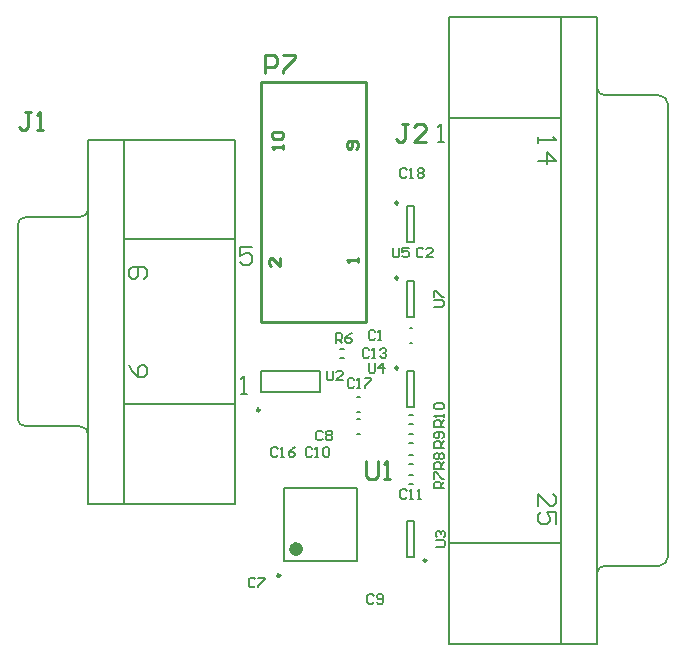
<source format=gto>
G04 Layer_Color=65535*
%FSAX44Y44*%
%MOMM*%
G71*
G01*
G75*
%ADD17C,0.2000*%
%ADD20C,0.2540*%
%ADD43C,0.2500*%
%ADD44C,0.6000*%
%ADD45C,0.1270*%
%ADD46C,0.1500*%
D17*
X00820130Y00708020D02*
G03*
X00827080Y00714970I00000000J00006950D01*
G01*
X00767130Y01112920D02*
G03*
X00774080Y01105970I00006950J00000000D01*
G01*
Y00707970D02*
G03*
X00767130Y00701020I00000000J-00006950D01*
G01*
X00827080Y01098970D02*
G03*
X00820130Y01105920I-00006950J00000000D01*
G01*
X00336500Y00818800D02*
G03*
X00329550Y00825750I-00006950J00000000D01*
G01*
X00276550Y00832750D02*
G03*
X00283500Y00825800I00006950J00000000D01*
G01*
X00329550Y01003050D02*
G03*
X00336500Y01010000I00000000J00006950D01*
G01*
X00283500Y01003000D02*
G03*
X00276550Y00996050I00000000J-00006950D01*
G01*
X00606600Y00948450D02*
X00612600D01*
X00606600Y00918450D02*
X00612600D01*
X00606600D02*
Y00948450D01*
X00612600Y00918450D02*
Y00948450D01*
X00606600Y01011950D02*
X00612600D01*
X00606600Y00981950D02*
X00612600D01*
X00606600D02*
Y01011950D01*
X00612600Y00981950D02*
Y01011950D01*
X00606600Y00872250D02*
X00612600D01*
X00606600Y00842250D02*
X00612600D01*
X00606600D02*
Y00872250D01*
X00612600Y00842250D02*
Y00872250D01*
X00606600Y00715250D02*
X00612600D01*
X00606600Y00745250D02*
X00612600D01*
Y00715250D02*
Y00745250D01*
X00606600Y00715250D02*
Y00745250D01*
X00533000Y00854600D02*
Y00872600D01*
X00483000Y00854600D02*
Y00872600D01*
X00533000D01*
X00483000Y00854600D02*
X00533000D01*
X00564400Y00711950D02*
Y00773950D01*
X00502400Y00711950D02*
Y00773950D01*
X00564400D01*
X00502400Y00711950D02*
X00564400D01*
X00608100Y00835600D02*
X00611100D01*
X00608100Y00828100D02*
X00611100D01*
X00608100Y00811590D02*
X00611100D01*
X00608100Y00819090D02*
X00611100D01*
X00608100Y00801310D02*
X00611100D01*
X00608100Y00793810D02*
X00611100D01*
X00608100Y00777300D02*
X00611100D01*
X00608100Y00784800D02*
X00611100D01*
X00549680Y00891480D02*
X00552680D01*
X00549680Y00883980D02*
X00552680D01*
X00642080Y00641470D02*
X00767080D01*
X00642080Y01172470D02*
X00767080D01*
X00642080Y00641470D02*
Y01172470D01*
Y00726970D02*
X00737080D01*
X00767080Y00641470D02*
Y01172470D01*
X00642080Y01086970D02*
X00737080D01*
X00827080Y00714970D02*
Y01098970D01*
X00774080Y00707970D02*
X00820080D01*
X00774080Y01105970D02*
X00820080D01*
X00737080Y00641470D02*
Y01172470D01*
X00366550Y00760400D02*
Y01068400D01*
X00336550D02*
X00460550D01*
X00336550Y00760400D02*
X00460550D01*
X00276550Y00832750D02*
Y00996050D01*
X00460550Y00760400D02*
Y01068400D01*
X00366550Y00984400D02*
X00460550D01*
X00336550Y00760400D02*
Y01068400D01*
X00366550Y00844400D02*
X00460550D01*
X00283550Y00825750D02*
X00329550D01*
X00283550Y01003050D02*
X00329550D01*
X00564150Y00850800D02*
X00566150D01*
X00564150Y00838300D02*
X00566150D01*
X00564150Y00831750D02*
X00566150D01*
X00564150Y00819250D02*
X00566150D01*
X00608600Y00896720D02*
X00610600D01*
X00608600Y00909220D02*
X00610600D01*
D20*
X00482600Y00914400D02*
Y01117600D01*
Y00914400D02*
X00571500D01*
Y01117600D01*
X00482600D02*
X00571500D01*
X00499110Y00968055D02*
Y00961390D01*
X00492445Y00968055D01*
X00490779D01*
X00489113Y00966388D01*
Y00963056D01*
X00490779Y00961390D01*
X00571500Y00796285D02*
Y00783589D01*
X00574039Y00781050D01*
X00579118D01*
X00581657Y00783589D01*
Y00796285D01*
X00586735Y00781050D02*
X00591813D01*
X00589274D01*
Y00796285D01*
X00586735Y00793746D01*
X00486410Y01125220D02*
Y01140455D01*
X00494027D01*
X00496567Y01137916D01*
Y01132838D01*
X00494027Y01130298D01*
X00486410D01*
X00501645Y01140455D02*
X00511802D01*
Y01137916D01*
X00501645Y01127759D01*
Y01125220D01*
X00607057Y01082035D02*
X00601978D01*
X00604518D01*
Y01069339D01*
X00601978Y01066800D01*
X00599439D01*
X00596900Y01069339D01*
X00622292Y01066800D02*
X00612135D01*
X00622292Y01076957D01*
Y01079496D01*
X00619753Y01082035D01*
X00614674D01*
X00612135Y01079496D01*
X00288160Y01092322D02*
X00283081D01*
X00285620D01*
Y01079626D01*
X00283081Y01077087D01*
X00280542D01*
X00278003Y01079626D01*
X00293238Y01077087D02*
X00298316D01*
X00295777D01*
Y01092322D01*
X00293238Y01089783D01*
X00501650Y01060450D02*
Y01063782D01*
Y01062116D01*
X00491653D01*
X00493319Y01060450D01*
Y01068781D02*
X00491653Y01070447D01*
Y01073779D01*
X00493319Y01075445D01*
X00499984D01*
X00501650Y01073779D01*
Y01070447D01*
X00499984Y01068781D01*
X00493319D01*
X00563484Y01060450D02*
X00565150Y01062116D01*
Y01065448D01*
X00563484Y01067114D01*
X00556819D01*
X00555153Y01065448D01*
Y01062116D01*
X00556819Y01060450D01*
X00558485D01*
X00560152Y01062116D01*
Y01067114D01*
X00565150Y00965200D02*
Y00968532D01*
Y00966866D01*
X00555153D01*
X00556819Y00965200D01*
D43*
X00598850Y00951450D02*
G03*
X00598850Y00951450I-00001250J00000000D01*
G01*
Y01014950D02*
G03*
X00598850Y01014950I-00001250J00000000D01*
G01*
Y00875250D02*
G03*
X00598850Y00875250I-00001250J00000000D01*
G01*
X00622850Y00712250D02*
G03*
X00622850Y00712250I-00001250J00000000D01*
G01*
X00481700Y00839600D02*
G03*
X00481700Y00839600I-00001250J00000000D01*
G01*
X00498900Y00699450D02*
G03*
X00498900Y00699450I-00001250J00000000D01*
G01*
D44*
X00515400Y00721950D02*
G03*
X00515400Y00721950I-00003000J00000000D01*
G01*
D45*
X00629543Y00927100D02*
X00636207D01*
X00637540Y00928433D01*
Y00931099D01*
X00636207Y00932432D01*
X00629543D01*
Y00935097D02*
Y00940429D01*
X00630876D01*
X00636207Y00935097D01*
X00637540D01*
X00594360Y00977007D02*
Y00970343D01*
X00595693Y00969010D01*
X00598359D01*
X00599692Y00970343D01*
Y00977007D01*
X00607689D02*
X00602357D01*
Y00973009D01*
X00605023Y00974342D01*
X00606356D01*
X00607689Y00973009D01*
Y00970343D01*
X00606356Y00969010D01*
X00603690D01*
X00602357Y00970343D01*
X00574040Y00879217D02*
Y00872553D01*
X00575373Y00871220D01*
X00578039D01*
X00579372Y00872553D01*
Y00879217D01*
X00586036Y00871220D02*
Y00879217D01*
X00582037Y00875219D01*
X00587369D01*
X00630813Y00723900D02*
X00637477D01*
X00638810Y00725233D01*
Y00727899D01*
X00637477Y00729232D01*
X00630813D01*
X00632146Y00731897D02*
X00630813Y00733230D01*
Y00735896D01*
X00632146Y00737229D01*
X00633478D01*
X00634811Y00735896D01*
Y00734563D01*
Y00735896D01*
X00636144Y00737229D01*
X00637477D01*
X00638810Y00735896D01*
Y00733230D01*
X00637477Y00731897D01*
X00538480Y00872867D02*
Y00866203D01*
X00539813Y00864870D01*
X00542479D01*
X00543812Y00866203D01*
Y00872867D01*
X00551809Y00864870D02*
X00546477D01*
X00551809Y00870202D01*
Y00871535D01*
X00550476Y00872867D01*
X00547810D01*
X00546477Y00871535D01*
X00637540Y00825500D02*
X00629543D01*
Y00829499D01*
X00630876Y00830832D01*
X00633541D01*
X00634874Y00829499D01*
Y00825500D01*
Y00828166D02*
X00637540Y00830832D01*
Y00833497D02*
Y00836163D01*
Y00834830D01*
X00629543D01*
X00630876Y00833497D01*
Y00840162D02*
X00629543Y00841495D01*
Y00844161D01*
X00630876Y00845494D01*
X00636207D01*
X00637540Y00844161D01*
Y00841495D01*
X00636207Y00840162D01*
X00630876D01*
X00637540Y00807720D02*
X00629543D01*
Y00811719D01*
X00630876Y00813052D01*
X00633541D01*
X00634874Y00811719D01*
Y00807720D01*
Y00810386D02*
X00637540Y00813052D01*
X00636207Y00815717D02*
X00637540Y00817050D01*
Y00819716D01*
X00636207Y00821049D01*
X00630876D01*
X00629543Y00819716D01*
Y00817050D01*
X00630876Y00815717D01*
X00632208D01*
X00633541Y00817050D01*
Y00821049D01*
X00637540Y00789940D02*
X00629543D01*
Y00793939D01*
X00630876Y00795272D01*
X00633541D01*
X00634874Y00793939D01*
Y00789940D01*
Y00792606D02*
X00637540Y00795272D01*
X00630876Y00797937D02*
X00629543Y00799270D01*
Y00801936D01*
X00630876Y00803269D01*
X00632208D01*
X00633541Y00801936D01*
X00634874Y00803269D01*
X00636207D01*
X00637540Y00801936D01*
Y00799270D01*
X00636207Y00797937D01*
X00634874D01*
X00633541Y00799270D01*
X00632208Y00797937D01*
X00630876D01*
X00633541Y00799270D02*
Y00801936D01*
X00637540Y00773430D02*
X00629543D01*
Y00777429D01*
X00630876Y00778762D01*
X00633541D01*
X00634874Y00777429D01*
Y00773430D01*
Y00776096D02*
X00637540Y00778762D01*
X00629543Y00781427D02*
Y00786759D01*
X00630876D01*
X00636207Y00781427D01*
X00637540D01*
X00546100Y00896620D02*
Y00904617D01*
X00550099D01*
X00551432Y00903285D01*
Y00900619D01*
X00550099Y00899286D01*
X00546100D01*
X00548766D02*
X00551432Y00896620D01*
X00559429Y00904617D02*
X00556763Y00903285D01*
X00554097Y00900619D01*
Y00897953D01*
X00555430Y00896620D01*
X00558096D01*
X00559429Y00897953D01*
Y00899286D01*
X00558096Y00900619D01*
X00554097D01*
X00606042Y01042984D02*
X00604709Y01044317D01*
X00602043D01*
X00600710Y01042984D01*
Y01037653D01*
X00602043Y01036320D01*
X00604709D01*
X00606042Y01037653D01*
X00608707Y01036320D02*
X00611373D01*
X00610040D01*
Y01044317D01*
X00608707Y01042984D01*
X00615372D02*
X00616705Y01044317D01*
X00619371D01*
X00620704Y01042984D01*
Y01041652D01*
X00619371Y01040319D01*
X00620704Y01038986D01*
Y01037653D01*
X00619371Y01036320D01*
X00616705D01*
X00615372Y01037653D01*
Y01038986D01*
X00616705Y01040319D01*
X00615372Y01041652D01*
Y01042984D01*
X00616705Y01040319D02*
X00619371D01*
X00561592Y00865184D02*
X00560259Y00866517D01*
X00557593D01*
X00556260Y00865184D01*
Y00859853D01*
X00557593Y00858520D01*
X00560259D01*
X00561592Y00859853D01*
X00564257Y00858520D02*
X00566923D01*
X00565590D01*
Y00866517D01*
X00564257Y00865184D01*
X00570922Y00866517D02*
X00576254D01*
Y00865184D01*
X00570922Y00859853D01*
Y00858520D01*
X00496822Y00806765D02*
X00495489Y00808097D01*
X00492823D01*
X00491490Y00806765D01*
Y00801433D01*
X00492823Y00800100D01*
X00495489D01*
X00496822Y00801433D01*
X00499487Y00800100D02*
X00502153D01*
X00500820D01*
Y00808097D01*
X00499487Y00806765D01*
X00511484Y00808097D02*
X00508818Y00806765D01*
X00506152Y00804099D01*
Y00801433D01*
X00507485Y00800100D01*
X00510151D01*
X00511484Y00801433D01*
Y00802766D01*
X00510151Y00804099D01*
X00506152D01*
X00574292Y00890584D02*
X00572959Y00891917D01*
X00570293D01*
X00568960Y00890584D01*
Y00885253D01*
X00570293Y00883920D01*
X00572959D01*
X00574292Y00885253D01*
X00576957Y00883920D02*
X00579623D01*
X00578290D01*
Y00891917D01*
X00576957Y00890584D01*
X00583622D02*
X00584955Y00891917D01*
X00587621D01*
X00588954Y00890584D01*
Y00889252D01*
X00587621Y00887919D01*
X00586288D01*
X00587621D01*
X00588954Y00886586D01*
Y00885253D01*
X00587621Y00883920D01*
X00584955D01*
X00583622Y00885253D01*
X00606042Y00771205D02*
X00604709Y00772537D01*
X00602043D01*
X00600710Y00771205D01*
Y00765873D01*
X00602043Y00764540D01*
X00604709D01*
X00606042Y00765873D01*
X00608707Y00764540D02*
X00611373D01*
X00610040D01*
Y00772537D01*
X00608707Y00771205D01*
X00615372Y00764540D02*
X00618038D01*
X00616705D01*
Y00772537D01*
X00615372Y00771205D01*
X00526032Y00806765D02*
X00524699Y00808097D01*
X00522033D01*
X00520700Y00806765D01*
Y00801433D01*
X00522033Y00800100D01*
X00524699D01*
X00526032Y00801433D01*
X00528697Y00800100D02*
X00531363D01*
X00530030D01*
Y00808097D01*
X00528697Y00806765D01*
X00535362D02*
X00536695Y00808097D01*
X00539361D01*
X00540694Y00806765D01*
Y00801433D01*
X00539361Y00800100D01*
X00536695D01*
X00535362Y00801433D01*
Y00806765D01*
X00578102Y00682305D02*
X00576769Y00683637D01*
X00574103D01*
X00572770Y00682305D01*
Y00676973D01*
X00574103Y00675640D01*
X00576769D01*
X00578102Y00676973D01*
X00580767D02*
X00582100Y00675640D01*
X00584766D01*
X00586099Y00676973D01*
Y00682305D01*
X00584766Y00683637D01*
X00582100D01*
X00580767Y00682305D01*
Y00680972D01*
X00582100Y00679639D01*
X00586099D01*
X00534922Y00820734D02*
X00533589Y00822067D01*
X00530923D01*
X00529590Y00820734D01*
Y00815403D01*
X00530923Y00814070D01*
X00533589D01*
X00534922Y00815403D01*
X00537587Y00820734D02*
X00538920Y00822067D01*
X00541586D01*
X00542919Y00820734D01*
Y00819402D01*
X00541586Y00818069D01*
X00542919Y00816736D01*
Y00815403D01*
X00541586Y00814070D01*
X00538920D01*
X00537587Y00815403D01*
Y00816736D01*
X00538920Y00818069D01*
X00537587Y00819402D01*
Y00820734D01*
X00538920Y00818069D02*
X00541586D01*
X00477772Y00696274D02*
X00476439Y00697607D01*
X00473773D01*
X00472440Y00696274D01*
Y00690943D01*
X00473773Y00689610D01*
X00476439D01*
X00477772Y00690943D01*
X00480437Y00697607D02*
X00485769D01*
Y00696274D01*
X00480437Y00690943D01*
Y00689610D01*
X00620012Y00975675D02*
X00618679Y00977007D01*
X00616013D01*
X00614680Y00975675D01*
Y00970343D01*
X00616013Y00969010D01*
X00618679D01*
X00620012Y00970343D01*
X00628009Y00969010D02*
X00622677D01*
X00628009Y00974342D01*
Y00975675D01*
X00626676Y00977007D01*
X00624010D01*
X00622677Y00975675D01*
X00579372Y00905825D02*
X00578039Y00907157D01*
X00575373D01*
X00574040Y00905825D01*
Y00900493D01*
X00575373Y00899160D01*
X00578039D01*
X00579372Y00900493D01*
X00582037Y00899160D02*
X00584703D01*
X00583370D01*
Y00907157D01*
X00582037Y00905825D01*
D46*
X00717330Y00758158D02*
Y00768155D01*
X00727327Y00758158D01*
X00729826D01*
X00732325Y00760657D01*
Y00765656D01*
X00729826Y00768155D01*
X00732325Y00743163D02*
Y00753160D01*
X00724828D01*
X00727327Y00748161D01*
Y00745662D01*
X00724828Y00743163D01*
X00719829D01*
X00717330Y00745662D01*
Y00750661D01*
X00719829Y00753160D01*
X00717330Y01070615D02*
Y01065617D01*
Y01068116D01*
X00732325D01*
X00729826Y01070615D01*
X00717330Y01050621D02*
X00732325D01*
X00724828Y01058119D01*
Y01048122D01*
X00632460Y01066800D02*
X00637458D01*
X00634959D01*
Y01081795D01*
X00632460Y01079296D01*
X00466090Y00853440D02*
X00471088D01*
X00468589D01*
Y00868435D01*
X00466090Y00865936D01*
X00474817Y00977655D02*
X00464820D01*
Y00970158D01*
X00469818Y00972657D01*
X00472318D01*
X00474817Y00970158D01*
Y00965159D01*
X00472318Y00962660D01*
X00467319D01*
X00464820Y00965159D01*
X00383801Y00950950D02*
X00386300Y00953449D01*
Y00958448D01*
X00383801Y00960947D01*
X00373804D01*
X00371305Y00958448D01*
Y00953449D01*
X00373804Y00950950D01*
X00376303D01*
X00378802Y00953449D01*
Y00960947D01*
X00371305Y00877847D02*
X00373804Y00872848D01*
X00378802Y00867850D01*
X00383801D01*
X00386300Y00870349D01*
Y00875348D01*
X00383801Y00877847D01*
X00381302D01*
X00378802Y00875348D01*
Y00867850D01*
M02*

</source>
